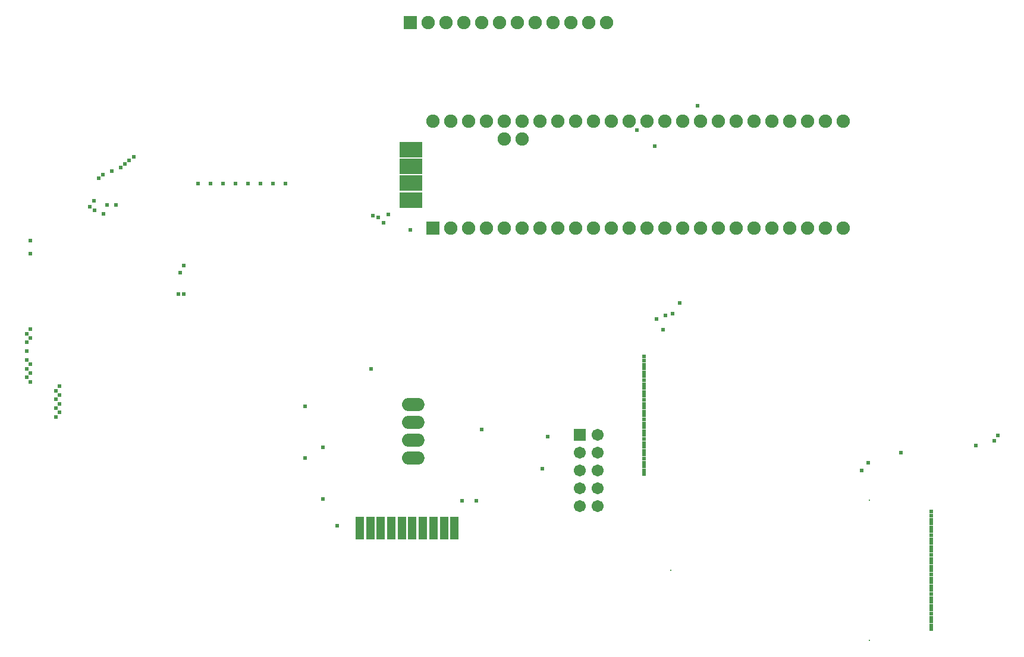
<source format=gbs>
G04*
G04 #@! TF.GenerationSoftware,Altium Limited,Altium Designer,18.0.12 (696)*
G04*
G04 Layer_Color=16711935*
%FSLAX25Y25*%
%MOIN*%
G70*
G01*
G75*
%ADD60O,0.12611X0.07493*%
%ADD61R,0.07493X0.07493*%
%ADD62C,0.07493*%
%ADD63C,0.00800*%
%ADD64C,0.06706*%
%ADD65R,0.06706X0.06706*%
%ADD66C,0.02400*%
%ADD78R,0.04737X0.12611*%
%ADD79R,0.12611X0.08674*%
D60*
X415638Y143000D02*
D03*
Y123000D02*
D03*
Y133000D02*
D03*
Y113000D02*
D03*
D61*
X426417Y242112D02*
D03*
X413937Y357505D02*
D03*
D62*
X656417Y242112D02*
D03*
X646417D02*
D03*
X636417D02*
D03*
X626417D02*
D03*
X616417D02*
D03*
X606417D02*
D03*
X596417D02*
D03*
X586417D02*
D03*
X576417D02*
D03*
X566417D02*
D03*
X556417D02*
D03*
X546417D02*
D03*
X536417D02*
D03*
X526417D02*
D03*
X516417D02*
D03*
X506417D02*
D03*
X496417D02*
D03*
X486417D02*
D03*
X476417D02*
D03*
X466417D02*
D03*
X456417D02*
D03*
X446417D02*
D03*
X436417D02*
D03*
X656417Y302112D02*
D03*
X646417D02*
D03*
X636417D02*
D03*
X626417D02*
D03*
X616417D02*
D03*
X606417D02*
D03*
X596417D02*
D03*
X586417D02*
D03*
X576417D02*
D03*
X566417D02*
D03*
X556417D02*
D03*
X546417D02*
D03*
X536417D02*
D03*
X526417D02*
D03*
X516417D02*
D03*
X506417D02*
D03*
X496417D02*
D03*
X486417D02*
D03*
X476417D02*
D03*
X466417D02*
D03*
X456417D02*
D03*
X446417D02*
D03*
X436417D02*
D03*
X426417D02*
D03*
X466417Y292112D02*
D03*
X476417D02*
D03*
X523937Y357505D02*
D03*
X513937D02*
D03*
X503937D02*
D03*
X493937D02*
D03*
X483937D02*
D03*
X473937D02*
D03*
X463937D02*
D03*
X453937D02*
D03*
X443937D02*
D03*
X433937D02*
D03*
X423937D02*
D03*
D63*
X671232Y10630D02*
D03*
Y89370D02*
D03*
X560012Y50000D02*
D03*
D64*
X519000Y86000D02*
D03*
X509000D02*
D03*
X519000Y96000D02*
D03*
X509000D02*
D03*
X519000Y106000D02*
D03*
X509000D02*
D03*
X519000Y116000D02*
D03*
X509000D02*
D03*
X519000Y126000D02*
D03*
D65*
X509000D02*
D03*
D66*
X706000Y83000D02*
D03*
Y80800D02*
D03*
Y78600D02*
D03*
Y76400D02*
D03*
Y74200D02*
D03*
Y72000D02*
D03*
Y69800D02*
D03*
Y67600D02*
D03*
Y65400D02*
D03*
Y63200D02*
D03*
Y61000D02*
D03*
Y58800D02*
D03*
Y56600D02*
D03*
Y54400D02*
D03*
Y52200D02*
D03*
Y50000D02*
D03*
Y47800D02*
D03*
Y45600D02*
D03*
Y43400D02*
D03*
Y41200D02*
D03*
Y39000D02*
D03*
Y36800D02*
D03*
Y34600D02*
D03*
Y32400D02*
D03*
Y30200D02*
D03*
Y28000D02*
D03*
Y25800D02*
D03*
Y23600D02*
D03*
Y21400D02*
D03*
Y19200D02*
D03*
Y17000D02*
D03*
X545000Y169984D02*
D03*
Y167784D02*
D03*
Y165584D02*
D03*
Y163384D02*
D03*
Y161184D02*
D03*
Y158984D02*
D03*
Y156784D02*
D03*
Y154584D02*
D03*
Y152384D02*
D03*
Y150184D02*
D03*
Y147984D02*
D03*
Y145784D02*
D03*
Y143584D02*
D03*
Y141384D02*
D03*
Y139184D02*
D03*
Y103984D02*
D03*
Y106184D02*
D03*
Y108384D02*
D03*
Y110584D02*
D03*
Y112784D02*
D03*
Y114984D02*
D03*
Y117184D02*
D03*
Y119384D02*
D03*
Y121584D02*
D03*
Y123784D02*
D03*
Y125984D02*
D03*
Y128184D02*
D03*
Y130384D02*
D03*
Y132584D02*
D03*
Y134784D02*
D03*
Y136984D02*
D03*
X689000Y116000D02*
D03*
X731000Y120000D02*
D03*
X743126Y125874D02*
D03*
X741157Y122843D02*
D03*
X392000Y163000D02*
D03*
X236689Y257311D02*
D03*
X239150Y270150D02*
D03*
X241606Y272000D02*
D03*
X246528Y274000D02*
D03*
X251445Y276000D02*
D03*
X253906Y278000D02*
D03*
X256366Y280000D02*
D03*
X258827Y282000D02*
D03*
X198779Y163221D02*
D03*
X200760Y165681D02*
D03*
X198779Y168142D02*
D03*
Y173059D02*
D03*
Y177976D02*
D03*
X200760Y180437D02*
D03*
X198779Y182898D02*
D03*
X200760Y185358D02*
D03*
X234359Y254062D02*
D03*
X284000Y205000D02*
D03*
X242000Y250000D02*
D03*
X287000Y205000D02*
D03*
X285000Y217000D02*
D03*
X287000Y221000D02*
D03*
X355000Y113000D02*
D03*
Y142000D02*
D03*
X373000Y75000D02*
D03*
X215240Y136161D02*
D03*
X217220Y138622D02*
D03*
X215240Y141079D02*
D03*
X217220Y143539D02*
D03*
X215240Y146000D02*
D03*
X217220Y148461D02*
D03*
X215240Y150921D02*
D03*
X217220Y153382D02*
D03*
X200760Y155842D02*
D03*
X198779Y158303D02*
D03*
X200760Y160760D02*
D03*
X565000Y200000D02*
D03*
X396000Y248000D02*
D03*
X393000Y249000D02*
D03*
X399000Y245000D02*
D03*
X667000Y106000D02*
D03*
X414000Y241000D02*
D03*
X575000Y310694D02*
D03*
X541000Y297000D02*
D03*
X552000Y191000D02*
D03*
X557000Y193000D02*
D03*
X561000Y194000D02*
D03*
X555600Y185000D02*
D03*
X454000Y129000D02*
D03*
X670441Y110441D02*
D03*
X551000Y288000D02*
D03*
X488000Y107000D02*
D03*
X491000Y125000D02*
D03*
X401667Y249667D02*
D03*
X443000Y89000D02*
D03*
X451000D02*
D03*
X365000Y119000D02*
D03*
Y90000D02*
D03*
X200772Y235150D02*
D03*
Y227772D02*
D03*
X237000Y252000D02*
D03*
X244000Y255000D02*
D03*
X248984Y254984D02*
D03*
X295000Y267000D02*
D03*
X344000D02*
D03*
X337000D02*
D03*
X330000D02*
D03*
X323000D02*
D03*
X316000D02*
D03*
X309000D02*
D03*
X302000D02*
D03*
D78*
X385520Y73929D02*
D03*
X397331D02*
D03*
X391425D02*
D03*
X403236D02*
D03*
X409142D02*
D03*
X415047D02*
D03*
X420953D02*
D03*
X426858D02*
D03*
X438669D02*
D03*
X432764D02*
D03*
D79*
X414213Y286206D02*
D03*
Y276757D02*
D03*
Y267308D02*
D03*
Y257860D02*
D03*
M02*

</source>
